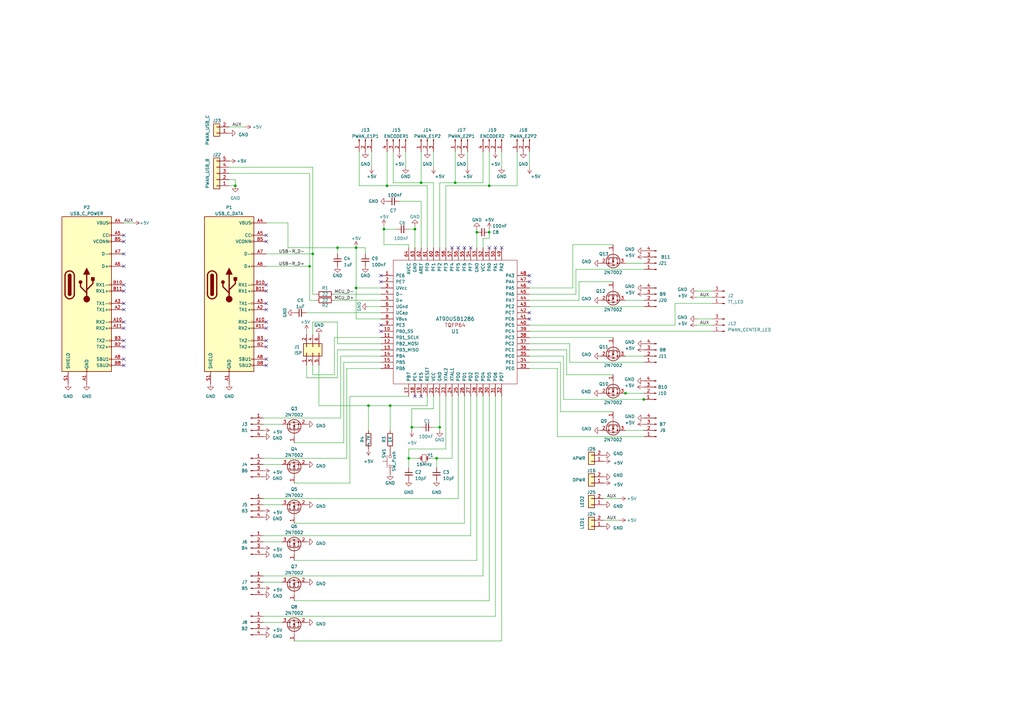
<source format=kicad_sch>
(kicad_sch (version 20230121) (generator eeschema)
  (paper "A3")
  (lib_symbols
    (symbol "2D-EGGS:AT90USB1286" (pin_names (offset 1.016))
      (property "Reference" "U1" (at 0 -3.81 0))
      (property "Value" "AT90USB1286" (at 0 1.27 0))
      (symbol "AT90USB1286_0_0"
        (text "TQFP64" (at 0 -1.27 0) (effects (font (size 1.524 1.524))))
      )
      (symbol "AT90USB1286_1_1"
        (pin bidirectional line (at -30.48 19.05 0) (length 5.08) (name "PE6") (number "1"))
        (pin bidirectional line (at -30.48 -3.81 0) (length 5.08) (name "PB0_SS") (number "10"))
        (pin bidirectional line (at -30.48 -6.35 0) (length 5.08) (name "PB1_SCLK") (number "11"))
        (pin bidirectional line (at -30.48 -8.89 0) (length 5.08) (name "PB2_MOSI") (number "12"))
        (pin bidirectional line (at -30.48 -11.43 0) (length 5.08) (name "PB3_MISO") (number "13"))
        (pin bidirectional line (at -30.48 -13.97 0) (length 5.08) (name "PB4") (number "14"))
        (pin bidirectional line (at -30.48 -16.51 0) (length 5.08) (name "PB5") (number "15"))
        (pin bidirectional line (at -30.48 -19.05 0) (length 5.08) (name "PB6") (number "16"))
        (pin bidirectional line (at -19.05 -30.48 90) (length 5.08) (name "PB7") (number "17"))
        (pin bidirectional line (at -16.51 -30.48 90) (length 5.08) (name "PE4") (number "18"))
        (pin bidirectional line (at -13.97 -30.48 90) (length 5.08) (name "PE5") (number "19"))
        (pin bidirectional line (at -30.48 16.51 0) (length 5.08) (name "PE7") (number "2"))
        (pin bidirectional line (at -11.43 -30.48 90) (length 5.08) (name "RESET") (number "20"))
        (pin bidirectional line (at -8.89 -30.48 90) (length 5.08) (name "VCC") (number "21"))
        (pin bidirectional line (at -6.35 -30.48 90) (length 5.08) (name "GND") (number "22"))
        (pin bidirectional line (at -3.81 -30.48 90) (length 5.08) (name "XTAL2") (number "23"))
        (pin bidirectional line (at -1.27 -30.48 90) (length 5.08) (name "XTAL1") (number "24"))
        (pin bidirectional line (at 1.27 -30.48 90) (length 5.08) (name "PD0") (number "25"))
        (pin bidirectional line (at 3.81 -30.48 90) (length 5.08) (name "PD1") (number "26"))
        (pin bidirectional line (at 6.35 -30.48 90) (length 5.08) (name "PD2") (number "27"))
        (pin bidirectional line (at 8.89 -30.48 90) (length 5.08) (name "PD3") (number "28"))
        (pin bidirectional line (at 11.43 -30.48 90) (length 5.08) (name "PD4") (number "29"))
        (pin bidirectional line (at -30.48 13.97 0) (length 5.08) (name "UVcc") (number "3"))
        (pin bidirectional line (at 13.97 -30.48 90) (length 5.08) (name "PD5") (number "30"))
        (pin bidirectional line (at 16.51 -30.48 90) (length 5.08) (name "PD6") (number "31"))
        (pin bidirectional line (at 19.05 -30.48 90) (length 5.08) (name "PD7") (number "32"))
        (pin bidirectional line (at 30.48 -19.05 180) (length 5.08) (name "PE0") (number "33"))
        (pin bidirectional line (at 30.48 -16.51 180) (length 5.08) (name "PE1") (number "34"))
        (pin bidirectional line (at 30.48 -13.97 180) (length 5.08) (name "PC0") (number "35"))
        (pin bidirectional line (at 30.48 -11.43 180) (length 5.08) (name "PC1") (number "36"))
        (pin bidirectional line (at 30.48 -8.89 180) (length 5.08) (name "PC2") (number "37"))
        (pin bidirectional line (at 30.48 -6.35 180) (length 5.08) (name "PC3") (number "38"))
        (pin bidirectional line (at 30.48 -3.81 180) (length 5.08) (name "PC4") (number "39"))
        (pin bidirectional line (at -30.48 11.43 0) (length 5.08) (name "D-") (number "4"))
        (pin bidirectional line (at 30.48 -1.27 180) (length 5.08) (name "PC5") (number "40"))
        (pin bidirectional line (at 30.48 1.27 180) (length 5.08) (name "PC6") (number "41"))
        (pin bidirectional line (at 30.48 3.81 180) (length 5.08) (name "PC7") (number "42"))
        (pin bidirectional line (at 30.48 6.35 180) (length 5.08) (name "PE2") (number "43"))
        (pin bidirectional line (at 30.48 8.89 180) (length 5.08) (name "PA7") (number "44"))
        (pin bidirectional line (at 30.48 11.43 180) (length 5.08) (name "PA6") (number "45"))
        (pin bidirectional line (at 30.48 13.97 180) (length 5.08) (name "PA5") (number "46"))
        (pin bidirectional line (at 30.48 16.51 180) (length 5.08) (name "PA4") (number "47"))
        (pin bidirectional line (at 30.48 19.05 180) (length 5.08) (name "PA3") (number "48"))
        (pin bidirectional line (at 19.05 30.48 270) (length 5.08) (name "PA2") (number "49"))
        (pin bidirectional line (at -30.48 8.89 0) (length 5.08) (name "D+") (number "5"))
        (pin bidirectional line (at 16.51 30.48 270) (length 5.08) (name "PA1") (number "50"))
        (pin bidirectional line (at 13.97 30.48 270) (length 5.08) (name "PA0") (number "51"))
        (pin bidirectional line (at 11.43 30.48 270) (length 5.08) (name "VCC") (number "52"))
        (pin bidirectional line (at 8.89 30.48 270) (length 5.08) (name "GND") (number "53"))
        (pin bidirectional line (at 6.35 30.48 270) (length 5.08) (name "PF7") (number "54"))
        (pin bidirectional line (at 3.81 30.48 270) (length 5.08) (name "PF6") (number "55"))
        (pin bidirectional line (at 1.27 30.48 270) (length 5.08) (name "PF5") (number "56"))
        (pin bidirectional line (at -1.27 30.48 270) (length 5.08) (name "PF4") (number "57"))
        (pin bidirectional line (at -3.81 30.48 270) (length 5.08) (name "PF3") (number "58"))
        (pin bidirectional line (at -6.35 30.48 270) (length 5.08) (name "PF2") (number "59"))
        (pin bidirectional line (at -30.48 6.35 0) (length 5.08) (name "UGnd") (number "6"))
        (pin bidirectional line (at -8.89 30.48 270) (length 5.08) (name "PF1") (number "60"))
        (pin bidirectional line (at -11.43 30.48 270) (length 5.08) (name "PF0") (number "61"))
        (pin bidirectional line (at -13.97 30.48 270) (length 5.08) (name "AREF") (number "62"))
        (pin bidirectional line (at -16.51 30.48 270) (length 5.08) (name "GND") (number "63"))
        (pin bidirectional line (at -19.05 30.48 270) (length 5.08) (name "AVCC") (number "64"))
        (pin bidirectional line (at -30.48 3.81 0) (length 5.08) (name "UCap") (number "7"))
        (pin bidirectional line (at -30.48 1.27 0) (length 5.08) (name "VBus") (number "8"))
        (pin bidirectional line (at -30.48 -1.27 0) (length 5.08) (name "PE3") (number "9"))
      )
    )
    (symbol "Connector:Conn_01x03_Pin" (pin_names (offset 1.016) hide)
      (property "Reference" "J" (at 0 5.08 0))
      (property "Value" "Conn_01x03_Pin" (at 0 -5.08 0))
      (symbol "Conn_01x03_Pin_1_1"
        (pin passive line (at 5.08 2.54 180) (length 3.81) (name "Pin_1") (number "1"))
        (pin passive line (at 5.08 0 180) (length 3.81) (name "Pin_2") (number "2"))
        (pin passive line (at 5.08 -2.54 180) (length 3.81) (name "Pin_3") (number "3"))
      )
    )
    (symbol "Connector:Conn_01x04_Pin" (pin_names (offset 1.016) hide)
      (property "Reference" "J" (at 0 5.08 0))
      (property "Value" "Conn_01x04_Pin" (at 0 -7.62 0))
      (symbol "Conn_01x04_Pin_1_1"
        (pin passive line (at 5.08 2.54 180) (length 3.81) (name "Pin_1") (number "1"))
        (pin passive line (at 5.08 0 180) (length 3.81) (name "Pin_2") (number "2"))
        (pin passive line (at 5.08 -2.54 180) (length 3.81) (name "Pin_3") (number "3"))
        (pin passive line (at 5.08 -5.08 180) (length 3.81) (name "Pin_4") (number "4"))
      )
    )
    (symbol "Connector:USB_C_Plug" (pin_names (offset 1.016))
      (property "Reference" "P" (at -10.16 29.21 0))
      (property "Value" "USB_C_Plug" (at 10.16 29.21 0))
      (symbol "USB_C_Plug_1_1"
        (pin passive line (at 0 -40.64 90) (length 5.08) (name "GND") (number "A1"))
        (pin bidirectional line (at 15.24 -15.24 180) (length 5.08) (name "RX2-") (number "A10"))
        (pin bidirectional line (at 15.24 -17.78 180) (length 5.08) (name "RX2+") (number "A11"))
        (pin passive line (at 0 -40.64 90) (length 5.08) hide (name "GND") (number "A12"))
        (pin bidirectional line (at 15.24 -10.16 180) (length 5.08) (name "TX1+") (number "A2"))
        (pin bidirectional line (at 15.24 -7.62 180) (length 5.08) (name "TX1-") (number "A3"))
        (pin passive line (at 15.24 25.4 180) (length 5.08) (name "VBUS") (number "A4"))
        (pin bidirectional line (at 15.24 20.32 180) (length 5.08) (name "CC") (number "A5"))
        (pin bidirectional line (at 15.24 7.62 180) (length 5.08) (name "D+") (number "A6"))
        (pin bidirectional line (at 15.24 12.7 180) (length 5.08) (name "D-") (number "A7"))
        (pin bidirectional line (at 15.24 -30.48 180) (length 5.08) (name "SBU1") (number "A8"))
        (pin passive line (at 15.24 25.4 180) (length 5.08) hide (name "VBUS") (number "A9"))
        (pin passive line (at 0 -40.64 90) (length 5.08) hide (name "GND") (number "B1"))
        (pin bidirectional line (at 15.24 0 180) (length 5.08) (name "RX1-") (number "B10"))
        (pin bidirectional line (at 15.24 -2.54 180) (length 5.08) (name "RX1+") (number "B11"))
        (pin passive line (at 0 -40.64 90) (length 5.08) hide (name "GND") (number "B12"))
        (pin bidirectional line (at 15.24 -25.4 180) (length 5.08) (name "TX2+") (number "B2"))
        (pin bidirectional line (at 15.24 -22.86 180) (length 5.08) (name "TX2-") (number "B3"))
        (pin passive line (at 15.24 25.4 180) (length 5.08) hide (name "VBUS") (number "B4"))
        (pin bidirectional line (at 15.24 17.78 180) (length 5.08) (name "VCONN") (number "B5"))
        (pin bidirectional line (at 15.24 -33.02 180) (length 5.08) (name "SBU2") (number "B8"))
        (pin passive line (at 15.24 25.4 180) (length 5.08) hide (name "VBUS") (number "B9"))
        (pin passive line (at -7.62 -40.64 90) (length 5.08) (name "SHIELD") (number "S1"))
      )
    )
    (symbol "Connector_Generic:Conn_01x02" (pin_names (offset 1.016) hide)
      (property "Reference" "J" (at 0 2.54 0))
      (property "Value" "Conn_01x02" (at 0 -5.08 0))
      (symbol "Conn_01x02_1_1"
        (pin passive line (at -5.08 0 0) (length 3.81) (name "Pin_1") (number "1"))
        (pin passive line (at -5.08 -2.54 0) (length 3.81) (name "Pin_2") (number "2"))
      )
    )
    (symbol "Connector_Generic:Conn_01x05" (pin_names (offset 1.016) hide)
      (property "Reference" "J" (at 0 7.62 0))
      (property "Value" "Conn_01x05" (at 0 -7.62 0))
      (symbol "Conn_01x05_1_1"
        (pin passive line (at -5.08 5.08 0) (length 3.81) (name "Pin_1") (number "1"))
        (pin passive line (at -5.08 2.54 0) (length 3.81) (name "Pin_2") (number "2"))
        (pin passive line (at -5.08 0 0) (length 3.81) (name "Pin_3") (number "3"))
        (pin passive line (at -5.08 -2.54 0) (length 3.81) (name "Pin_4") (number "4"))
        (pin passive line (at -5.08 -5.08 0) (length 3.81) (name "Pin_5") (number "5"))
      )
    )
    (symbol "Connector_Generic:Conn_02x03_Odd_Even" (pin_names (offset 1.016) hide)
      (property "Reference" "J" (at 1.27 5.08 0))
      (property "Value" "Conn_02x03_Odd_Even" (at 1.27 -5.08 0))
      (symbol "Conn_02x03_Odd_Even_1_1"
        (pin passive line (at -5.08 2.54 0) (length 3.81) (name "Pin_1") (number "1"))
        (pin passive line (at 7.62 2.54 180) (length 3.81) (name "Pin_2") (number "2"))
        (pin passive line (at -5.08 0 0) (length 3.81) (name "Pin_3") (number "3"))
        (pin passive line (at 7.62 0 180) (length 3.81) (name "Pin_4") (number "4"))
        (pin passive line (at -5.08 -2.54 0) (length 3.81) (name "Pin_5") (number "5"))
        (pin passive line (at 7.62 -2.54 180) (length 3.81) (name "Pin_6") (number "6"))
      )
    )
    (symbol "Device:C_Small" (pin_numbers hide) (pin_names (offset 0.254) hide)
      (property "Reference" "C" (at 0.254 1.778 0))
      (property "Value" "C_Small" (at 0.254 -2.032 0))
      (symbol "C_Small_1_1"
        (pin passive line (at 0 2.54 270) (length 2.032) (name "~") (number "1"))
        (pin passive line (at 0 -2.54 90) (length 2.032) (name "~") (number "2"))
      )
    )
    (symbol "Device:R" (pin_numbers hide) (pin_names (offset 0))
      (property "Reference" "R" (at 2.032 0 90))
      (property "Value" "R" (at 0 0 90))
      (symbol "R_1_1"
        (pin passive line (at 0 3.81 270) (length 1.27) (name "~") (number "1"))
        (pin passive line (at 0 -3.81 90) (length 1.27) (name "~") (number "2"))
      )
    )
    (symbol "Transistor_FET:2N7002" (pin_names hide)
      (property "Reference" "Q" (at 5.08 1.905 0))
      (property "Value" "2N7002" (at 5.08 0 0))
      (symbol "2N7002_1_1"
        (pin input line (at -5.08 0 0) (length 2.54) (name "G") (number "1"))
        (pin passive line (at 2.54 -5.08 90) (length 2.54) (name "S") (number "2"))
        (pin passive line (at 2.54 5.08 270) (length 2.54) (name "D") (number "3"))
      )
    )
    (symbol "jamma-streamer-rescue:Crystal_Small" (pin_numbers hide) (pin_names (offset 1.016) hide)
      (property "Reference" "Y" (at 0 2.54 0))
      (property "Value" "Crystal_Small" (at 0 -2.54 0))
      (symbol "Crystal_Small_1_1"
        (pin passive line (at -2.54 0 0) (length 1.27) (name "1") (number "1"))
        (pin passive line (at 2.54 0 180) (length 1.27) (name "2") (number "2"))
      )
    )
    (symbol "jamma-streamer-rescue:GND" (power) (pin_names (offset 0))
      (property "Value" "GND" (at 0 -3.81 0))
      (symbol "GND_1_1"
        (pin power_in line (at 0 0 270) (length 0) hide (name "GND") (number "1"))
      )
    )
    (symbol "jamma-streamer-rescue:R" (pin_numbers hide) (pin_names (offset 0))
      (property "Reference" "R" (at 2.032 0 90))
      (property "Value" "R" (at 0 0 90))
      (symbol "R_1_1"
        (pin passive line (at 0 3.81 270) (length 1.27) (name "~") (number "1"))
        (pin passive line (at 0 -3.81 90) (length 1.27) (name "~") (number "2"))
      )
    )
    (symbol "jamma-streamer-rescue:SW_Push" (pin_numbers hide) (pin_names (offset 1.016) hide)
      (property "Reference" "SW" (at 1.27 2.54 0))
      (property "Value" "SW_Push" (at 0 -1.524 0))
      (symbol "SW_Push_0_1"
        (pin passive line (at -5.08 0 0) (length 2.54) (name "1") (number "1"))
        (pin passive line (at 5.08 0 180) (length 2.54) (name "2") (number "2"))
      )
    )
    (symbol "power:+5V" (power) (pin_names (offset 0))
      (property "Value" "+5V" (at 0 3.556 0))
      (symbol "+5V_1_1"
        (pin power_in line (at 0 0 90) (length 0) hide (name "+5V") (number "1"))
      )
    )
    (symbol "power:GND" (power) (pin_names (offset 0))
      (property "Value" "GND" (at 0 -3.81 0))
      (symbol "GND_1_1"
        (pin power_in line (at 0 0 270) (length 0) hide (name "GND") (number "1"))
      )
    )
  )
  (junction (at 200.66 95.25))
  (junction (at 128.27 104.14))
  (junction (at 138.43 101.6))
  (junction (at 151.13 166.37))
  (junction (at 160.02 166.37))
  (junction (at 158.75 76.2))
  (junction (at 146.05 101.6))
  (junction (at 180.34 175.26))
  (junction (at 256.54 161.29))
  (junction (at 179.07 187.96))
  (junction (at 264.024 163.83))
  (junction (at 167.64 187.96))
  (junction (at 170.18 93.98))
  (junction (at 186.69 74.93))
  (junction (at 157.48 93.98))
  (junction (at 195.58 95.25))
  (junction (at 172.72 74.93))
  (junction (at 96.52 76.2))
  (junction (at 146.05 118.11))
  (junction (at 168.91 175.26))
  (junction (at 200.66 76.2))
  (junction (at 127 109.22))
  (no_connect (at 190.5 101.6))
  (no_connect (at 50.8 124.46))
  (no_connect (at 109.22 149.86))
  (no_connect (at 217.17 130.81))
  (no_connect (at 172.72 162.56))
  (no_connect (at 109.22 142.24))
  (no_connect (at 50.8 147.32))
  (no_connect (at 170.18 162.56))
  (no_connect (at 109.22 116.84))
  (no_connect (at 109.22 132.08))
  (no_connect (at 109.22 134.62))
  (no_connect (at 109.22 139.7))
  (no_connect (at 193.04 101.6))
  (no_connect (at 217.17 128.27))
  (no_connect (at 156.21 113.03))
  (no_connect (at 217.17 115.57))
  (no_connect (at 50.8 119.38))
  (no_connect (at 187.96 101.6))
  (no_connect (at 50.8 96.52))
  (no_connect (at 50.8 127))
  (no_connect (at 50.8 116.84))
  (no_connect (at 50.8 132.08))
  (no_connect (at 109.22 127))
  (no_connect (at 109.22 119.38))
  (no_connect (at 109.22 147.32))
  (no_connect (at 156.21 133.35))
  (no_connect (at 205.74 101.6))
  (no_connect (at 109.22 96.52))
  (no_connect (at 50.8 104.14))
  (no_connect (at 109.22 99.06))
  (no_connect (at 109.22 124.46))
  (no_connect (at 217.17 113.03))
  (no_connect (at 50.8 142.24))
  (no_connect (at 50.8 109.22))
  (no_connect (at 156.21 135.89))
  (no_connect (at 185.42 101.6))
  (no_connect (at 50.8 139.7))
  (no_connect (at 200.66 101.6))
  (no_connect (at 50.8 134.62))
  (no_connect (at 50.8 99.06))
  (no_connect (at 50.8 149.86))
  (no_connect (at 203.2 101.6))
  (no_connect (at 156.21 115.57))
  (wire (pts (xy 200.66 95.25) (xy 200.66 97.79)))
  (wire (pts (xy 217.17 151.13) (xy 228.6 151.13)))
  (wire (pts (xy 118.11 101.6) (xy 138.43 101.6)))
  (wire (pts (xy 217.17 62.23) (xy 217.17 68.58)))
  (wire (pts (xy 168.91 175.26) (xy 172.72 175.26)))
  (wire (pts (xy 143.51 162.56) (xy 167.64 162.56)))
  (wire (pts (xy 247.65 204.47) (xy 254 204.47)))
  (wire (pts (xy 125.73 137.16) (xy 125.73 135.89)))
  (wire (pts (xy 170.18 92.71) (xy 170.18 93.98)))
  (wire (pts (xy 138.43 101.6) (xy 138.43 104.14)))
  (wire (pts (xy 138.43 140.97) (xy 138.43 132.08)))
  (wire (pts (xy 193.04 219.71) (xy 193.04 162.56)))
  (wire (pts (xy 160.02 166.37) (xy 160.02 176.53)))
  (wire (pts (xy 120.65 214.63) (xy 190.5 214.63)))
  (wire (pts (xy 172.72 82.55) (xy 172.72 101.6)))
  (wire (pts (xy 187.96 204.47) (xy 187.96 162.56)))
  (wire (pts (xy 147.32 62.23) (xy 147.32 76.2)))
  (wire (pts (xy 93.98 52.07) (xy 100.33 52.07)))
  (wire (pts (xy 107.95 252.73) (xy 203.2 252.73)))
  (wire (pts (xy 160.02 166.37) (xy 151.13 166.37)))
  (wire (pts (xy 251.46 100.33) (xy 234.95 100.33)))
  (wire (pts (xy 151.13 166.37) (xy 130.81 166.37)))
  (wire (pts (xy 172.72 62.23) (xy 172.72 74.93)))
  (wire (pts (xy 195.58 95.25) (xy 195.58 101.6)))
  (wire (pts (xy 158.75 76.2) (xy 175.26 76.2)))
  (wire (pts (xy 128.27 153.67) (xy 128.27 149.86)))
  (wire (pts (xy 217.17 140.97) (xy 233.68 140.97)))
  (wire (pts (xy 109.22 109.22) (xy 127 109.22)))
  (wire (pts (xy 167.64 184.15) (xy 167.64 187.96)))
  (wire (pts (xy 118.11 101.6) (xy 118.11 91.44)))
  (wire (pts (xy 96.52 73.66) (xy 96.52 76.2)))
  (wire (pts (xy 236.22 110.49) (xy 236.22 120.65)))
  (wire (pts (xy 180.34 74.93) (xy 180.34 101.6)))
  (wire (pts (xy 172.72 82.55) (xy 163.83 82.55)))
  (wire (pts (xy 212.09 76.2) (xy 212.09 62.23)))
  (wire (pts (xy 264.16 123.19) (xy 256.54 123.19)))
  (wire (pts (xy 264.16 110.49) (xy 236.22 110.49)))
  (wire (pts (xy 107.95 171.45) (xy 139.7 171.45)))
  (wire (pts (xy 180.34 175.26) (xy 180.34 176.53)))
  (wire (pts (xy 54.61 91.44) (xy 50.8 91.44)))
  (wire (pts (xy 161.29 74.93) (xy 161.29 62.23)))
  (wire (pts (xy 93.98 76.2) (xy 96.52 76.2)))
  (wire (pts (xy 120.65 246.38) (xy 200.66 246.38)))
  (wire (pts (xy 247.65 213.36) (xy 254 213.36)))
  (wire (pts (xy 217.17 118.11) (xy 234.95 118.11)))
  (wire (pts (xy 142.24 187.96) (xy 142.24 151.13)))
  (wire (pts (xy 232.41 153.67) (xy 251.46 153.67)))
  (wire (pts (xy 186.69 74.93) (xy 198.12 74.93)))
  (wire (pts (xy 175.26 76.2) (xy 175.26 101.6)))
  (wire (pts (xy 128.27 104.14) (xy 128.27 68.58)))
  (wire (pts (xy 125.73 154.94) (xy 125.73 149.86)))
  (wire (pts (xy 120.65 262.89) (xy 205.74 262.89)))
  (wire (pts (xy 146.05 101.6) (xy 146.05 118.11)))
  (wire (pts (xy 264.024 161.29) (xy 256.54 161.29)))
  (wire (pts (xy 231.14 163.83) (xy 264.024 163.83)))
  (wire (pts (xy 151.13 125.73) (xy 156.21 125.73)))
  (wire (pts (xy 205.74 262.89) (xy 205.74 162.56)))
  (wire (pts (xy 167.64 100.33) (xy 167.64 101.6)))
  (wire (pts (xy 217.17 143.51) (xy 232.41 143.51)))
  (wire (pts (xy 180.34 162.56) (xy 180.34 175.26)))
  (wire (pts (xy 138.43 143.51) (xy 138.43 154.94)))
  (wire (pts (xy 156.21 143.51) (xy 138.43 143.51)))
  (wire (pts (xy 198.12 236.22) (xy 198.12 162.56)))
  (wire (pts (xy 137.16 120.65) (xy 156.21 120.65)))
  (wire (pts (xy 175.26 166.37) (xy 175.26 162.56)))
  (wire (pts (xy 256.54 161.29) (xy 256.404 161.29)))
  (wire (pts (xy 217.17 146.05) (xy 231.14 146.05)))
  (wire (pts (xy 180.34 175.26) (xy 177.8 175.26)))
  (wire (pts (xy 217.17 125.73) (xy 264.16 125.73)))
  (wire (pts (xy 107.95 238.76) (xy 115.57 238.76)))
  (wire (pts (xy 146.05 118.11) (xy 156.21 118.11)))
  (wire (pts (xy 128.27 68.58) (xy 93.98 68.58)))
  (wire (pts (xy 151.13 166.37) (xy 151.13 176.53)))
  (wire (pts (xy 180.34 74.93) (xy 186.69 74.93)))
  (wire (pts (xy 200.66 93.98) (xy 200.66 95.25)))
  (wire (pts (xy 264.16 176.53) (xy 256.54 176.53)))
  (wire (pts (xy 139.7 146.05) (xy 156.21 146.05)))
  (wire (pts (xy 285.75 119.38) (xy 292.1 119.38)))
  (wire (pts (xy 156.21 140.97) (xy 138.43 140.97)))
  (wire (pts (xy 285.75 133.35) (xy 292.1 133.35)))
  (wire (pts (xy 186.69 74.93) (xy 186.69 62.23)))
  (wire (pts (xy 140.97 148.59) (xy 156.21 148.59)))
  (wire (pts (xy 264.16 148.59) (xy 233.68 148.59)))
  (wire (pts (xy 167.64 187.96) (xy 167.64 191.77)))
  (wire (pts (xy 168.91 176.53) (xy 168.91 175.26)))
  (wire (pts (xy 264.16 107.95) (xy 256.54 107.95)))
  (wire (pts (xy 167.64 93.98) (xy 170.18 93.98)))
  (wire (pts (xy 168.91 167.64) (xy 168.91 175.26)))
  (wire (pts (xy 177.8 162.56) (xy 177.8 167.64)))
  (wire (pts (xy 109.22 104.14) (xy 128.27 104.14)))
  (wire (pts (xy 264.16 179.07) (xy 228.6 179.07)))
  (wire (pts (xy 276.86 124.46) (xy 276.86 133.35)))
  (wire (pts (xy 251.46 168.91) (xy 229.87 168.91)))
  (wire (pts (xy 157.48 93.98) (xy 157.48 100.33)))
  (wire (pts (xy 143.51 198.12) (xy 143.51 162.56)))
  (wire (pts (xy 237.49 115.57) (xy 237.49 123.19)))
  (wire (pts (xy 138.43 154.94) (xy 125.73 154.94)))
  (wire (pts (xy 137.16 138.43) (xy 137.16 153.67)))
  (wire (pts (xy 128.27 132.08) (xy 128.27 137.16)))
  (wire (pts (xy 147.32 76.2) (xy 158.75 76.2)))
  (wire (pts (xy 167.64 187.96) (xy 171.45 187.96)))
  (wire (pts (xy 217.17 135.89) (xy 292.1 135.89)))
  (wire (pts (xy 177.8 74.93) (xy 177.8 101.6)))
  (wire (pts (xy 152.4 62.23) (xy 152.4 68.58)))
  (wire (pts (xy 233.68 148.59) (xy 233.68 140.97)))
  (wire (pts (xy 107.95 187.96) (xy 142.24 187.96)))
  (wire (pts (xy 138.43 132.08) (xy 128.27 132.08)))
  (wire (pts (xy 182.88 162.56) (xy 182.88 184.15)))
  (wire (pts (xy 198.12 74.93) (xy 198.12 62.23)))
  (wire (pts (xy 217.17 138.43) (xy 251.46 138.43)))
  (wire (pts (xy 285.75 121.92) (xy 292.1 121.92)))
  (wire (pts (xy 285.75 130.81) (xy 292.1 130.81)))
  (wire (pts (xy 127 71.12) (xy 93.98 71.12)))
  (wire (pts (xy 107.95 222.25) (xy 115.57 222.25)))
  (wire (pts (xy 182.88 76.2) (xy 182.88 101.6)))
  (wire (pts (xy 107.95 255.27) (xy 115.57 255.27)))
  (wire (pts (xy 200.66 246.38) (xy 200.66 162.56)))
  (wire (pts (xy 190.5 214.63) (xy 190.5 162.56)))
  (wire (pts (xy 217.17 123.19) (xy 237.49 123.19)))
  (wire (pts (xy 129.54 123.19) (xy 127 123.19)))
  (wire (pts (xy 217.17 120.65) (xy 236.22 120.65)))
  (wire (pts (xy 179.07 187.96) (xy 176.53 187.96)))
  (wire (pts (xy 264.024 163.83) (xy 264.16 163.83)))
  (wire (pts (xy 125.73 128.27) (xy 156.21 128.27)))
  (wire (pts (xy 198.12 97.79) (xy 198.12 101.6)))
  (wire (pts (xy 157.48 93.98) (xy 162.56 93.98)))
  (wire (pts (xy 200.66 76.2) (xy 212.09 76.2)))
  (wire (pts (xy 127 109.22) (xy 127 71.12)))
  (wire (pts (xy 142.24 151.13) (xy 156.21 151.13)))
  (wire (pts (xy 205.74 68.58) (xy 205.74 62.23)))
  (wire (pts (xy 232.41 153.67) (xy 232.41 143.51)))
  (wire (pts (xy 228.6 179.07) (xy 228.6 151.13)))
  (wire (pts (xy 157.48 100.33) (xy 167.64 100.33)))
  (wire (pts (xy 120.65 198.12) (xy 143.51 198.12)))
  (wire (pts (xy 179.07 187.96) (xy 179.07 191.77)))
  (wire (pts (xy 195.58 93.98) (xy 195.58 95.25)))
  (wire (pts (xy 182.88 76.2) (xy 200.66 76.2)))
  (wire (pts (xy 166.37 68.58) (xy 166.37 62.23)))
  (wire (pts (xy 149.86 101.6) (xy 146.05 101.6)))
  (wire (pts (xy 146.05 130.81) (xy 156.21 130.81)))
  (wire (pts (xy 158.75 62.23) (xy 158.75 76.2)))
  (wire (pts (xy 93.98 73.66) (xy 96.52 73.66)))
  (wire (pts (xy 203.2 252.73) (xy 203.2 162.56)))
  (wire (pts (xy 137.16 123.19) (xy 156.21 123.19)))
  (wire (pts (xy 120.65 181.61) (xy 140.97 181.61)))
  (wire (pts (xy 191.77 62.23) (xy 191.77 68.58)))
  (wire (pts (xy 182.88 184.15) (xy 167.64 184.15)))
  (wire (pts (xy 127 123.19) (xy 127 109.22)))
  (wire (pts (xy 139.7 171.45) (xy 139.7 146.05)))
  (wire (pts (xy 185.42 187.96) (xy 179.07 187.96)))
  (wire (pts (xy 229.87 168.91) (xy 229.87 148.59)))
  (wire (pts (xy 107.95 173.99) (xy 115.57 173.99)))
  (wire (pts (xy 156.21 138.43) (xy 137.16 138.43)))
  (wire (pts (xy 185.42 162.56) (xy 185.42 187.96)))
  (wire (pts (xy 118.11 91.44) (xy 109.22 91.44)))
  (wire (pts (xy 170.18 93.98) (xy 170.18 101.6)))
  (wire (pts (xy 120.65 229.87) (xy 195.58 229.87)))
  (wire (pts (xy 137.16 153.67) (xy 128.27 153.67)))
  (wire (pts (xy 276.86 133.35) (xy 217.17 133.35)))
  (wire (pts (xy 161.29 74.93) (xy 172.72 74.93)))
  (wire (pts (xy 107.95 190.5) (xy 115.57 190.5)))
  (wire (pts (xy 107.95 219.71) (xy 193.04 219.71)))
  (wire (pts (xy 195.58 229.87) (xy 195.58 162.56)))
  (wire (pts (xy 292.1 124.46) (xy 276.86 124.46)))
  (wire (pts (xy 146.05 118.11) (xy 146.05 130.81)))
  (wire (pts (xy 157.48 92.71) (xy 157.48 93.98)))
  (wire (pts (xy 198.12 97.79) (xy 200.66 97.79)))
  (wire (pts (xy 130.81 166.37) (xy 130.81 149.86)))
  (wire (pts (xy 200.66 76.2) (xy 200.66 62.23)))
  (wire (pts (xy 160.02 166.37) (xy 175.26 166.37)))
  (wire (pts (xy 138.43 101.6) (xy 146.05 101.6)))
  (wire (pts (xy 234.95 100.33) (xy 234.95 118.11)))
  (wire (pts (xy 172.72 74.93) (xy 177.8 74.93)))
  (wire (pts (xy 177.8 62.23) (xy 177.8 68.58)))
  (wire (pts (xy 217.17 148.59) (xy 229.87 148.59)))
  (wire (pts (xy 231.14 163.83) (xy 231.14 146.05)))
  (wire (pts (xy 251.46 115.57) (xy 237.49 115.57)))
  (wire (pts (xy 129.54 120.65) (xy 128.27 120.65)))
  (wire (pts (xy 107.95 204.47) (xy 187.96 204.47)))
  (wire (pts (xy 168.91 167.64) (xy 177.8 167.64)))
  (wire (pts (xy 149.86 104.14) (xy 149.86 101.6)))
  (wire (pts (xy 107.95 207.01) (xy 115.57 207.01)))
  (wire (pts (xy 140.97 181.61) (xy 140.97 148.59)))
  (wire (pts (xy 128.27 120.65) (xy 128.27 104.14)))
  (wire (pts (xy 264.16 146.05) (xy 256.54 146.05)))
  (wire (pts (xy 107.95 236.22) (xy 198.12 236.22)))
  (label "MCU_D-" (at 137.16 120.65 0))
  (label "USB-R_D-" (at 114.3 104.14 0))
  (label "MCU_D+" (at 137.16 123.19 0))
  (label "AUX" (at 95.25 52.07 0))
  (label "AUX" (at 50.8 91.44 0))
  (label "AUX" (at 248.92 213.36 0))
  (label "AUX" (at 287.02 133.35 0))
  (label "AUX" (at 287.02 121.92 0))
  (label "USB-R_D+" (at 114.3 109.22 0))
  (label "AUX" (at 248.92 204.47 0))
  (symbol (lib_id "Connector:Conn_01x04_Pin") (at 102.87 238.76 0) (unit 1)
    (property "Reference" "J7" (at 100.33 238.76 0))
    (property "Value" "B5" (at 100.33 241.3 0))
    (property "Footprint" "Connector_JST:JST_XH_B4B-XH-A_1x04_P2.50mm_Vertical" (effects hide))
  )
  (symbol (lib_id "Device:C_Small") (at 138.43 106.68 0) (unit 1)
    (property "Reference" "C4" (at 140.97 106.0513 0) (effects (justify left)))
    (property "Value" "1uF" (at 140.97 108.5913 0) (effects (justify left)))
    (property "Footprint" "Capacitor_SMD:C_0805_2012Metric" (effects hide))
  )
  (symbol (lib_id "Connector:Conn_01x04_Pin") (at 102.87 222.25 0) (unit 1)
    (property "Reference" "J6" (at 100.33 222.25 0))
    (property "Value" "B4" (at 100.33 224.79 0))
    (property "Footprint" "Connector_JST:JST_XH_B4B-XH-A_1x04_P2.50mm_Vertical" (effects hide))
  )
  (symbol (lib_id "Device:C_Small") (at 123.19 128.27 90) (unit 1)
    (property "Reference" "C5" (at 123.1963 123.19 90))
    (property "Value" "1uF" (at 123.1963 125.73 90))
    (property "Footprint" "Capacitor_SMD:C_0805_2012Metric" (effects hide))
  )
  (symbol (lib_id "power:+5V") (at 264.16 143.51 90) (unit 1)
    (property "Reference" "#PWR031" (effects hide))
    (property "Value" "+5V" (at 260.35 142.875 90) (effects (justify left)))
  )
  (symbol (lib_id "power:+5V") (at 157.48 92.71 0) (unit 1)
    (property "Reference" "#PWR046" (effects hide))
    (property "Value" "+5V" (at 157.48 88.9 0))
  )
  (symbol (lib_id "power:GND") (at 264.16 171.45 270) (unit 1)
    (property "Reference" "#PWR026" (effects hide))
    (property "Value" "GND" (at 260.35 170.815 90) (effects (justify right)))
  )
  (symbol (lib_id "Connector:Conn_01x04_Pin") (at 269.24 123.19 180) (unit 1)
    (property "Reference" "J20" (at 271.78 123.19 0))
    (property "Value" "B9" (at 271.78 120.65 0))
    (property "Footprint" "Connector_JST:JST_XH_B4B-XH-A_1x04_P2.50mm_Vertical" (effects hide))
  )
  (symbol (lib_id "Connector:Conn_01x04_Pin") (at 102.87 173.99 0) (unit 1)
    (property "Reference" "J3" (at 100.33 173.99 0))
    (property "Value" "B1" (at 100.33 176.53 0))
    (property "Footprint" "Connector_JST:JST_XH_B4B-XH-A_1x04_P2.50mm_Vertical" (effects hide))
  )
  (symbol (lib_id "Connector:Conn_01x03_Pin") (at 149.86 57.15 90) (mirror x) (unit 1)
    (property "Reference" "J13" (at 149.86 53.34 90))
    (property "Value" "PWAN_E1P1" (at 149.86 55.88 90))
    (property "Footprint" "Connector_JST:JST_XH_B3B-XH-A_1x03_P2.50mm_Vertical" (effects hide))
  )
  (symbol (lib_id "Connector:Conn_01x04_Pin") (at 102.87 190.5 0) (unit 1)
    (property "Reference" "J4" (at 100.33 190.5 0))
    (property "Value" "B6" (at 100.33 193.04 0))
    (property "Footprint" "Connector_JST:JST_XH_B4B-XH-A_1x04_P2.50mm_Vertical" (effects hide))
  )
  (symbol (lib_id "power:GND") (at 125.73 173.99 90) (unit 1)
    (property "Reference" "#PWR09" (effects hide))
    (property "Value" "GND" (at 129.54 174.625 90) (effects (justify right)))
  )
  (symbol (lib_id "power:+5V") (at 146.05 101.6 0) (unit 1)
    (property "Reference" "#PWR043" (effects hide))
    (property "Value" "+5V" (at 146.05 97.79 0))
  )
  (symbol (lib_id "power:GND") (at 175.26 62.23 0) (unit 1)
    (property "Reference" "#PWR051" (effects hide))
    (property "Value" "GND" (at 175.26 67.31 0))
  )
  (symbol (lib_id "Transistor_FET:2N7002") (at 120.65 257.81 90) (unit 1)
    (property "Reference" "Q8" (at 120.65 248.92 90))
    (property "Value" "2N7002" (at 120.65 251.46 90))
    (property "Footprint" "Package_TO_SOT_SMD:SOT-23" (effects hide))
    (property "Datasheet" "https://www.onsemi.com/pub/Collateral/NDS7002A-D.PDF" (effects hide))
  )
  (symbol (lib_id "power:GND") (at 247.65 215.9 90) (unit 1)
    (property "Reference" "#PWR079" (effects hide))
    (property "Value" "GND" (at 251.46 216.535 90) (effects (justify right)))
  )
  (symbol (lib_id "power:GND") (at 246.38 176.53 270) (unit 1)
    (property "Reference" "#PWR027" (effects hide))
    (property "Value" "GND" (at 242.57 175.895 90) (effects (justify right)))
  )
  (symbol (lib_id "power:+5V") (at 163.83 62.23 180) (unit 1)
    (property "Reference" "#PWR054" (effects hide))
    (property "Value" "+5V" (at 163.83 67.31 0))
  )
  (symbol (lib_id "jamma-streamer-rescue:Crystal_Small") (at 173.99 187.96 0) (unit 1)
    (property "Reference" "Y1" (at 176.53 186.69 0))
    (property "Value" "16MHz" (at 173.99 190.5 0))
    (property "Footprint" "Crystal:Crystal_HC49-4H_Vertical" (effects hide))
  )
  (symbol (lib_id "power:GND") (at 130.81 137.16 180) (unit 1)
    (property "Reference" "#PWR071" (effects hide))
    (property "Value" "GND" (at 130.81 133.35 0))
  )
  (symbol (lib_id "power:+5V") (at 264.16 173.99 90) (unit 1)
    (property "Reference" "#PWR025" (effects hide))
    (property "Value" "+5V" (at 260.35 173.355 90) (effects (justify left)))
  )
  (symbol (lib_id "power:GND") (at 107.95 260.35 90) (unit 1)
    (property "Reference" "#PWR023" (effects hide))
    (property "Value" "GND" (at 111.76 260.985 90) (effects (justify right)))
  )
  (symbol (lib_id "power:+5V") (at 177.8 68.58 180) (unit 1)
    (property "Reference" "#PWR052" (effects hide))
    (property "Value" "+5V" (at 180.34 72.39 0))
  )
  (symbol (lib_id "Transistor_FET:2N7002") (at 120.65 209.55 90) (unit 1)
    (property "Reference" "Q5" (at 120.65 200.66 90))
    (property "Value" "2N7002" (at 120.65 203.2 90))
    (property "Footprint" "Package_TO_SOT_SMD:SOT-23" (effects hide))
    (property "Datasheet" "https://www.onsemi.com/pub/Collateral/NDS7002A-D.PDF" (effects hide))
  )
  (symbol (lib_id "jamma-streamer-rescue:GND") (at 149.86 109.22 0) (unit 1)
    (property "Reference" "#PWR049" (effects hide))
    (property "Value" "GND" (at 149.86 113.03 0))
  )
  (symbol (lib_id "Connector:Conn_01x04_Pin") (at 163.83 57.15 270) (unit 1)
    (property "Reference" "J15" (at 162.56 53.34 90))
    (property "Value" "ENCODER1" (at 162.56 55.88 90))
    (property "Footprint" "Connector_JST:JST_XH_B4B-XH-A_1x04_P2.50mm_Vertical" (effects hide))
  )
  (symbol (lib_id "power:GND") (at 247.65 195.58 90) (unit 1)
    (property "Reference" "#PWR072" (effects hide))
    (property "Value" "GND" (at 251.46 194.945 90) (effects (justify right)))
  )
  (symbol (lib_id "Transistor_FET:2N7002") (at 251.46 158.75 270) (unit 1)
    (property "Reference" "Q10" (at 247.65 157.48 90))
    (property "Value" "2N7002" (at 251.46 165.1 90))
    (property "Footprint" "Package_TO_SOT_SMD:SOT-23" (effects hide))
    (property "Datasheet" "https://www.onsemi.com/pub/Collateral/NDS7002A-D.PDF" (effects hide))
  )
  (symbol (lib_id "jamma-streamer-rescue:GND") (at 120.65 128.27 270) (unit 1)
    (property "Reference" "#PWR044" (effects hide))
    (property "Value" "GND" (at 116.84 128.27 0))
  )
  (symbol (lib_id "Transistor_FET:2N7002") (at 251.46 120.65 270) (unit 1)
    (property "Reference" "Q12" (at 246.38 119.38 90))
    (property "Value" "2N7002" (at 251.46 127 90))
    (property "Footprint" "Package_TO_SOT_SMD:SOT-23" (effects hide))
    (property "Datasheet" "https://www.onsemi.com/pub/Collateral/NDS7002A-D.PDF" (effects hide))
  )
  (symbol (lib_id "power:GND") (at 205.74 68.58 0) (unit 1)
    (property "Reference" "#PWR061" (effects hide))
    (property "Value" "GND" (at 205.74 72.39 0))
  )
  (symbol (lib_id "power:+5V") (at 285.75 121.92 90) (unit 1)
    (property "Reference" "#PWR06" (effects hide))
    (property "Value" "+5V" (at 281.94 121.285 90) (effects (justify left)))
  )
  (symbol (lib_id "power:GND") (at 125.73 222.25 90) (unit 1)
    (property "Reference" "#PWR018" (effects hide))
    (property "Value" "GND" (at 129.54 222.885 90) (effects (justify right)))
  )
  (symbol (lib_id "Connector:Conn_01x04_Pin") (at 269.24 176.53 180) (unit 1)
    (property "Reference" "J9" (at 271.78 176.53 0))
    (property "Value" "B7" (at 271.78 173.99 0))
    (property "Footprint" "Connector_JST:JST_XH_B4B-XH-A_1x04_P2.50mm_Vertical" (effects hide))
  )
  (symbol (lib_id "Connector:Conn_01x03_Pin") (at 297.18 133.35 180) (unit 1)
    (property "Reference" "J12" (at 298.45 132.715 0) (effects (justify right)))
    (property "Value" "PWAN_CENTER_LED" (at 298.45 135.255 0) (effects (justify right)))
    (property "Footprint" "Connector_JST:JST_XH_B3B-XH-A_1x03_P2.50mm_Vertical" (effects hide))
  )
  (symbol (lib_id "power:+5V") (at 191.77 68.58 180) (unit 1)
    (property "Reference" "#PWR057" (effects hide))
    (property "Value" "+5V" (at 191.77 72.39 0))
  )
  (symbol (lib_id "power:+5V") (at 107.95 241.3 270) (unit 1)
    (property "Reference" "#PWR019" (effects hide))
    (property "Value" "+5V" (at 111.76 241.935 90) (effects (justify left)))
  )
  (symbol (lib_id "power:GND") (at 246.38 146.05 270) (unit 1)
    (property "Reference" "#PWR033" (effects hide))
    (property "Value" "GND" (at 242.57 145.415 90) (effects (justify right)))
  )
  (symbol (lib_id "Connector_Generic:Conn_01x02") (at 88.9 54.61 180) (unit 1)
    (property "Reference" "J23" (at 88.9 49.53 0))
    (property "Value" "PWAN_USB_C" (at 85.09 53.34 90))
    (property "Footprint" "Connector_JST:JST_PH_B2B-PH-K_1x02_P2.00mm_Vertical" (effects hide))
  )
  (symbol (lib_id "Connector_Generic:Conn_01x05") (at 88.9 71.12 180) (unit 1)
    (property "Reference" "J22" (at 88.9 63.5 0))
    (property "Value" "PWAN_USB_B" (at 85.09 71.12 90))
    (property "Footprint" "Connector_JST:JST_XH_B5B-XH-A_1x05_P2.50mm_Vertical" (effects hide))
  )
  (symbol (lib_id "Transistor_FET:2N7002") (at 251.46 105.41 270) (unit 1)
    (property "Reference" "Q13" (at 247.65 104.14 90))
    (property "Value" "2N7002" (at 251.46 111.76 90))
    (property "Footprint" "Package_TO_SOT_SMD:SOT-23" (effects hide))
    (property "Datasheet" "https://www.onsemi.com/pub/Collateral/NDS7002A-D.PDF" (effects hide))
  )
  (symbol (lib_id "2D-EGGS:AT90USB1286") (at 186.69 132.08 0) (unit 1)
    (property "Reference" "U1" (at 186.69 135.89 0) (effects (font (size 1.524 1.524))))
    (property "Value" "AT90USB1286" (at 186.69 130.81 0) (effects (font (size 1.524 1.524))))
    (property "Footprint" "Package_QFP:TQFP-64_14x14mm_P0.8mm" (effects hide))
  )
  (symbol (lib_id "power:GND") (at 93.98 157.48 0) (unit 1)
    (property "Reference" "#PWR01" (effects hide))
    (property "Value" "GND" (at 93.98 162.56 0))
  )
  (symbol (lib_id "jamma-streamer-rescue:R") (at 133.35 120.65 270) (unit 1)
    (property "Reference" "R1" (at 133.35 118.11 90))
    (property "Value" "22" (at 133.35 120.65 90))
    (property "Footprint" "Resistor_SMD:R_0805_2012Metric" (effects hide))
  )
  (symbol (lib_id "Device:C_Small") (at 167.64 194.31 0) (unit 1)
    (property "Reference" "C2" (at 170.18 193.6813 0) (effects (justify left)))
    (property "Value" "10pF" (at 170.18 196.2213 0) (effects (justify left)))
    (property "Footprint" "Capacitor_SMD:C_0805_2012Metric" (effects hide))
  )
  (symbol (lib_id "Connector:Conn_01x03_Pin") (at 189.23 57.15 90) (mirror x) (unit 1)
    (property "Reference" "J17" (at 189.23 53.34 90))
    (property "Value" "PWAN_E2P1" (at 189.23 55.88 90))
    (property "Footprint" "Connector_JST:JST_XH_B3B-XH-A_1x03_P2.50mm_Vertical" (effects hide))
  )
  (symbol (lib_id "Connector:Conn_01x04_Pin") (at 269.24 107.95 180) (unit 1)
    (property "Reference" "J21" (at 271.78 107.95 0))
    (property "Value" "B11" (at 273.05 105.41 0))
    (property "Footprint" "Connector_JST:JST_XH_B4B-XH-A_1x04_P2.50mm_Vertical" (effects hide))
  )
  (symbol (lib_id "power:GND") (at 195.58 93.98 180) (unit 1)
    (property "Reference" "#PWR036" (effects hide))
    (property "Value" "GND" (at 195.58 90.17 0))
  )
  (symbol (lib_id "power:GND") (at 170.18 92.71 180) (unit 1)
    (property "Reference" "#PWR035" (effects hide))
    (property "Value" "GND" (at 170.18 88.9 0))
  )
  (symbol (lib_id "power:GND") (at 247.65 207.01 90) (unit 1)
    (property "Reference" "#PWR081" (effects hide))
    (property "Value" "GND" (at 251.46 207.645 90) (effects (justify right)))
  )
  (symbol (lib_id "power:+5V") (at 100.33 52.07 270) (unit 1)
    (property "Reference" "#PWR078" (effects hide))
    (property "Value" "+5V" (at 105.41 52.07 90))
  )
  (symbol (lib_id "power:GND") (at 93.98 54.61 90) (unit 1)
    (property "Reference" "#PWR077" (effects hide))
    (property "Value" "GND" (at 97.79 55.245 90) (effects (justify right)))
  )
  (symbol (lib_id "Device:C_Small") (at 179.07 194.31 0) (unit 1)
    (property "Reference" "C3" (at 181.61 193.6813 0) (effects (justify left)))
    (property "Value" "10pF" (at 181.61 196.2213 0) (effects (justify left)))
    (property "Footprint" "Capacitor_SMD:C_0805_2012Metric" (effects hide))
  )
  (symbol (lib_id "Device:C_Small") (at 198.12 95.25 270) (unit 1)
    (property "Reference" "C8" (at 201.93 95.25 90) (effects (justify left)))
    (property "Value" "100nF" (at 201.93 92.71 90) (effects (justify left)))
    (property "Footprint" "Capacitor_SMD:C_0805_2012Metric" (effects hide))
  )
  (symbol (lib_id "Connector_Generic:Conn_01x02") (at 242.57 189.23 180) (unit 1)
    (property "Reference" "J26" (at 242.57 184.15 0))
    (property "Value" "APWR" (at 237.49 187.96 0))
    (property "Footprint" "Connector_PinHeader_2.54mm:PinHeader_1x02_P2.54mm_Vertical" (effects hide))
  )
  (symbol (lib_id "power:+5V") (at 247.65 189.23 270) (unit 1)
    (property "Reference" "#PWR084" (effects hide))
    (property "Value" "+5V" (at 251.46 189.865 90) (effects (justify left)))
  )
  (symbol (lib_id "power:GND") (at 247.65 186.69 90) (unit 1)
    (property "Reference" "#PWR083" (effects hide))
    (property "Value" "GND" (at 251.46 186.055 90) (effects (justify right)))
  )
  (symbol (lib_id "power:+5V") (at 217.17 68.58 180) (unit 1)
    (property "Reference" "#PWR059" (effects hide))
    (property "Value" "+5V" (at 219.71 72.39 0))
  )
  (symbol (lib_id "jamma-streamer-rescue:R") (at 133.35 123.19 270) (unit 1)
    (property "Reference" "R2" (at 133.35 125.222 90))
    (property "Value" "22" (at 133.35 123.19 90))
    (property "Footprint" "Resistor_SMD:R_0805_2012Metric" (effects hide))
  )
  (symbol (lib_id "Connector_Generic:Conn_02x03_Odd_Even") (at 128.27 144.78 90) (unit 1)
    (property "Reference" "J1" (at 120.65 142.24 90) (effects (justify right)))
    (property "Value" "ISP" (at 120.65 144.78 90) (effects (justify right)))
    (property "Footprint" "Connector_PinHeader_2.54mm:PinHeader_2x03_P2.54mm_Vertical" (effects hide))
  )
  (symbol (lib_id "Device:C_Small") (at 149.86 106.68 0) (unit 1)
    (property "Reference" "C9" (at 152.4 106.0513 0) (effects (justify left)))
    (property "Value" "100nF" (at 152.4 108.5913 0) (effects (justify left)))
    (property "Footprint" "Capacitor_SMD:C_0805_2012Metric" (effects hide))
  )
  (symbol (lib_id "power:+5V") (at 264.024 158.75 90) (unit 1)
    (property "Reference" "#PWR028" (effects hide))
    (property "Value" "+5V" (at 260.214 158.115 90) (effects (justify left)))
  )
  (symbol (lib_id "power:GND") (at 264.16 102.87 270) (unit 1)
    (property "Reference" "#PWR066" (effects hide))
    (property "Value" "GND" (at 260.35 102.235 90) (effects (justify right)))
  )
  (symbol (lib_id "power:GND") (at 214.63 62.23 0) (unit 1)
    (property "Reference" "#PWR058" (effects hide))
    (property "Value" "GND" (at 214.63 67.31 0))
  )
  (symbol (lib_id "power:GND") (at 285.75 130.81 270) (unit 1)
    (property "Reference" "#PWR068" (effects hide))
    (property "Value" "GND" (at 281.94 130.175 90) (effects (justify right)))
  )
  (symbol (lib_id "power:+5V") (at 93.98 66.04 270) (unit 1)
    (property "Reference" "#PWR076" (effects hide))
    (property "Value" "+5V" (at 99.06 66.04 90))
  )
  (symbol (lib_id "Device:C_Small") (at 175.26 175.26 90) (unit 1)
    (property "Reference" "C1" (at 176.53 172.72 90) (effects (justify left)))
    (property "Value" "100nF" (at 177.8 179.07 90) (effects (justify left)))
    (property "Footprint" "Capacitor_SMD:C_0805_2012Metric" (effects hide))
  )
  (symbol (lib_id "power:GND") (at 107.95 212.09 90) (unit 1)
    (property "Reference" "#PWR014" (effects hide))
    (property "Value" "GND" (at 111.76 212.725 90) (effects (justify right)))
  )
  (symbol (lib_id "power:GND") (at 167.64 196.85 0) (unit 1)
    (property "Reference" "#PWR039" (effects hide))
    (property "Value" "GND" (at 167.64 201.93 0))
  )
  (symbol (lib_id "power:GND") (at 107.95 243.84 90) (unit 1)
    (property "Reference" "#PWR020" (effects hide))
    (property "Value" "GND" (at 111.76 244.475 90) (effects (justify right)))
  )
  (symbol (lib_id "Transistor_FET:2N7002") (at 120.65 241.3 90) (unit 1)
    (property "Reference" "Q7" (at 120.65 232.41 90))
    (property "Value" "2N7002" (at 120.65 234.95 90))
    (property "Footprint" "Package_TO_SOT_SMD:SOT-23" (effects hide))
    (property "Datasheet" "https://www.onsemi.com/pub/Collateral/NDS7002A-D.PDF" (effects hide))
  )
  (symbol (lib_id "Transistor_FET:2N7002") (at 120.65 176.53 90) (unit 1)
    (property "Reference" "Q3" (at 120.65 167.64 90))
    (property "Value" "2N7002" (at 120.65 170.18 90))
    (property "Footprint" "Package_TO_SOT_SMD:SOT-23" (effects hide))
    (property "Datasheet" "https://www.onsemi.com/pub/Collateral/NDS7002A-D.PDF" (effects hide))
  )
  (symbol (lib_id "power:+5V") (at 125.73 135.89 0) (unit 1)
    (property "Reference" "#PWR070" (effects hide))
    (property "Value" "+5V" (at 123.19 132.08 0) (effects (justify left)))
  )
  (symbol (lib_id "power:GND") (at 246.244 161.29 270) (unit 1)
    (property "Reference" "#PWR030" (effects hide))
    (property "Value" "GND" (at 242.434 160.655 90) (effects (justify right)))
  )
  (symbol (lib_id "power:+5V") (at 168.91 176.53 0) (mirror x) (unit 1)
    (property "Reference" "#PWR038" (effects hide))
    (property "Value" "+5V" (at 168.91 181.61 0))
  )
  (symbol (lib_id "power:GND") (at 86.36 157.48 0) (unit 1)
    (property "Reference" "#PWR02" (effects hide))
    (property "Value" "GND" (at 86.36 162.56 0))
  )
  (symbol (lib_id "power:GND") (at 179.07 196.85 0) (unit 1)
    (property "Reference" "#PWR040" (effects hide))
    (property "Value" "GND" (at 179.07 201.93 0))
  )
  (symbol (lib_id "Connector:Conn_01x03_Pin") (at 297.18 121.92 180) (unit 1)
    (property "Reference" "J2" (at 298.45 121.285 0) (effects (justify right)))
    (property "Value" "TT_LED" (at 298.45 123.825 0) (effects (justify right)))
    (property "Footprint" "Connector_JST:JST_XH_B3B-XH-A_1x03_P2.50mm_Vertical" (effects hide))
  )
  (symbol (lib_id "power:GND") (at 107.95 227.33 90) (unit 1)
    (property "Reference" "#PWR017" (effects hide))
    (property "Value" "GND" (at 111.76 227.965 90) (effects (justify right)))
  )
  (symbol (lib_id "Device:C_Small") (at 165.1 93.98 90) (unit 1)
    (property "Reference" "C6" (at 166.37 91.44 90) (effects (justify left)))
    (property "Value" "100nF" (at 167.64 97.79 90) (effects (justify left)))
    (property "Footprint" "Capacitor_SMD:C_0805_2012Metric" (effects hide))
  )
  (symbol (lib_id "Transistor_FET:2N7002") (at 120.65 224.79 90) (unit 1)
    (property "Reference" "Q6" (at 120.65 215.9 90))
    (property "Value" "2N7002" (at 120.65 218.44 90))
    (property "Footprint" "Package_TO_SOT_SMD:SOT-23" (effects hide))
    (property "Datasheet" "https://www.onsemi.com/pub/Collateral/NDS7002A-D.PDF" (effects hide))
  )
  (symbol (lib_id "power:+5V") (at 151.13 184.15 0) (mirror x) (unit 1)
    (property "Reference" "#PWR074" (effects hide))
    (property "Value" "+5V" (at 151.13 189.23 0))
  )
  (symbol (lib_id "power:GND") (at 189.23 62.23 0) (unit 1)
    (property "Reference" "#PWR056" (effects hide))
    (property "Value" "GND" (at 189.23 67.31 0))
  )
  (symbol (lib_id "jamma-streamer-rescue:GND") (at 160.02 194.31 0) (unit 1)
    (property "Reference" "#PWR037" (effects hide))
    (property "Value" "GND" (at 160.02 198.12 0))
  )
  (symbol (lib_id "Transistor_FET:2N7002") (at 120.65 193.04 90) (unit 1)
    (property "Reference" "Q4" (at 120.65 184.15 90))
    (property "Value" "2N7002" (at 120.65 186.69 90))
    (property "Footprint" "Package_TO_SOT_SMD:SOT-23" (effects hide))
    (property "Datasheet" "https://www.onsemi.com/pub/Collateral/NDS7002A-D.PDF" (effects hide))
  )
  (symbol (lib_id "power:GND") (at 125.73 207.01 90) (unit 1)
    (property "Reference" "#PWR015" (effects hide))
    (property "Value" "GND" (at 129.54 207.645 90) (effects (justify right)))
  )
  (symbol (lib_id "power:+5V") (at 247.65 198.12 270) (unit 1)
    (property "Reference" "#PWR073" (effects hide))
    (property "Value" "+5V" (at 251.46 198.755 90) (effects (justify left)))
  )
  (symbol (lib_id "power:+5V") (at 152.4 68.58 180) (unit 1)
    (property "Reference" "#PWR053" (effects hide))
    (property "Value" "+5V" (at 152.4 72.39 0))
  )
  (symbol (lib_id "Transistor_FET:2N7002") (at 251.46 173.99 270) (unit 1)
    (property "Reference" "Q9" (at 247.65 172.72 90))
    (property "Value" "2N7002" (at 251.46 180.34 90))
    (property "Footprint" "Package_TO_SOT_SMD:SOT-23" (effects hide))
    (property "Datasheet" "https://www.onsemi.com/pub/Collateral/NDS7002A-D.PDF" (effects hide))
  )
  (symbol (lib_id "jamma-streamer-rescue:SW_Push") (at 160.02 189.23 90) (unit 1)
    (property "Reference" "SW1" (at 157.48 187.96 0) (effects (justify left)))
    (property "Value" "SW_Push" (at 161.544 189.23 0))
    (property "Footprint" "Button_Switch_THT:SW_PUSH_6mm" (effects hide))
  )
  (symbol (lib_id "Connector:USB_C_Plug") (at 93.98 116.84 0) (unit 1)
    (property "Reference" "P1" (at 93.98 85.09 0))
    (property "Value" "USB_C_DATA" (at 93.98 87.63 0))
    (property "Footprint" "Connector_USB:USB_C_Receptacle_GCT_USB4085" (effects hide))
    (property "Datasheet" "https://www.usb.org/sites/default/files/documents/usb_type-c.zip" (effects hide))
  )
  (symbol (lib_id "power:+5V") (at 254 213.36 270) (unit 1)
    (property "Reference" "#PWR080" (effects hide))
    (property "Value" "+5V" (at 259.08 213.36 90))
  )
  (symbol (lib_id "power:GND") (at 149.86 62.23 0) (unit 1)
    (property "Reference" "#PWR050" (effects hide))
    (property "Value" "GND" (at 149.86 67.31 0))
  )
  (symbol (lib_id "power:+5V") (at 54.61 91.44 270) (unit 1)
    (property "Reference" "#PWR05" (effects hide))
    (property "Value" "+5V" (at 57.15 91.44 90) (effects (justify left)))
  )
  (symbol (lib_id "jamma-streamer-rescue:GND") (at 151.13 125.73 270) (unit 1)
    (property "Reference" "#PWR045" (effects hide))
    (property "Value" "GND" (at 147.32 125.73 0))
  )
  (symbol (lib_id "power:+5V") (at 203.2 62.23 180) (unit 1)
    (property "Reference" "#PWR060" (effects hide))
    (property "Value" "+5V" (at 203.2 67.31 0))
  )
  (symbol (lib_id "Connector:Conn_01x03_Pin") (at 175.26 57.15 90) (mirror x) (unit 1)
    (property "Reference" "J14" (at 175.26 53.34 90))
    (property "Value" "PWAN_E1P2" (at 175.26 55.88 90))
    (property "Footprint" "Connector_JST:JST_XH_B3B-XH-A_1x03_P2.50mm_Vertical" (effects hide))
  )
  (symbol (lib_id "power:GND") (at 166.37 68.58 0) (unit 1)
    (property "Reference" "#PWR055" (effects hide))
    (property "Value" "GND" (at 166.37 72.39 0))
  )
  (symbol (lib_id "Connector:Conn_01x04_Pin") (at 269.24 146.05 180) (unit 1)
    (property "Reference" "J11" (at 271.78 146.05 0))
    (property "Value" "B8" (at 271.78 143.51 0))
    (property "Footprint" "Connector_JST:JST_XH_B4B-XH-A_1x04_P2.50mm_Vertical" (effects hide))
  )
  (symbol (lib_id "power:+5V") (at 264.16 120.65 90) (unit 1)
    (property "Reference" "#PWR062" (effects hide))
    (property "Value" "+5V" (at 260.35 120.015 90) (effects (justify left)))
  )
  (symbol (lib_id "power:+5V") (at 107.95 176.53 270) (unit 1)
    (property "Reference" "#PWR07" (effects hide))
    (property "Value" "+5V" (at 111.76 177.165 90) (effects (justify left)))
  )
  (symbol (lib_id "Device:C_Small") (at 161.29 82.55 90) (unit 1)
    (property "Reference" "C7" (at 162.56 86.36 90) (effects (justify left)))
    (property "Value" "100nF" (at 165.1 80.01 90) (effects (justify left)))
    (property "Footprint" "Capacitor_SMD:C_0805_2012Metric" (effects hide))
  )
  (symbol (lib_id "power:+5V") (at 107.95 224.79 270) (unit 1)
    (property "Reference" "#PWR016" (effects hide))
    (property "Value" "+5V" (at 111.76 225.425 90) (effects (justify left)))
  )
  (symbol (lib_id "Connector_Generic:Conn_01x02") (at 242.57 207.01 180) (unit 1)
    (property "Reference" "J25" (at 242.57 201.93 0))
    (property "Value" "LED2" (at 238.76 205.74 90))
    (property "Footprint" "Connector_JST:JST_XH_B2B-XH-A_1x02_P2.50mm_Vertical" (effects hide))
  )
  (symbol (lib_id "power:+5V") (at 107.95 209.55 270) (unit 1)
    (property "Reference" "#PWR013" (effects hide))
    (property "Value" "+5V" (at 111.76 210.185 90) (effects (justify left)))
  )
  (symbol (lib_id "power:GND") (at 27.94 157.48 0) (unit 1)
    (property "Reference" "#PWR04" (effects hide))
    (property "Value" "GND" (at 27.94 162.56 0))
  )
  (symbol (lib_id "Connector_Generic:Conn_01x02") (at 242.57 215.9 180) (unit 1)
    (property "Reference" "J24" (at 242.57 210.82 0))
    (property "Value" "LED1" (at 238.76 214.63 90))
    (property "Footprint" "Connector_JST:JST_XH_B2B-XH-A_1x02_P2.50mm_Vertical" (effects hide))
  )
  (symbol (lib_id "power:+5V") (at 285.75 133.35 90) (unit 1)
    (property "Reference" "#PWR041" (effects hide))
    (property "Value" "+5V" (at 281.94 132.715 90) (effects (justify left)))
  )
  (symbol (lib_id "Transistor_FET:2N7002") (at 251.46 143.51 270) (unit 1)
    (property "Reference" "Q11" (at 247.65 142.24 90))
    (property "Value" "2N7002" (at 251.46 149.86 90))
    (property "Footprint" "Package_TO_SOT_SMD:SOT-23" (effects hide))
    (property "Datasheet" "https://www.onsemi.com/pub/Collateral/NDS7002A-D.PDF" (effects hide))
  )
  (symbol (lib_id "power:GND") (at 264.16 118.11 270) (unit 1)
    (property "Reference" "#PWR063" (effects hide))
    (property "Value" "GND" (at 260.35 117.475 90) (effects (justify right)))
  )
  (symbol (lib_id "power:+5V") (at 107.95 193.04 270) (unit 1)
    (property "Reference" "#PWR010" (effects hide))
    (property "Value" "+5V" (at 111.76 193.675 90) (effects (justify left)))
  )
  (symbol (lib_id "power:GND") (at 107.95 195.58 90) (unit 1)
    (property "Reference" "#PWR011" (effects hide))
    (property "Value" "GND" (at 111.76 196.215 90) (effects (justify right)))
  )
  (symbol (lib_id "power:GND") (at 246.38 107.95 270) (unit 1)
    (property "Reference" "#PWR067" (effects hide))
    (property "Value" "GND" (at 242.57 107.315 90) (effects (justify right)))
  )
  (symbol (lib_id "power:GND") (at 125.73 190.5 90) (unit 1)
    (property "Reference" "#PWR012" (effects hide))
    (property "Value" "GND" (at 129.54 191.135 90) (effects (justify right)))
  )
  (symbol (lib_id "Device:R") (at 151.13 180.34 0) (unit 1)
    (property "Reference" "R4" (at 148.59 181.61 90) (effects (justify left)))
    (property "Value" "4.7K" (at 151.13 182.88 90) (effects (justify left)))
    (property "Footprint" "Resistor_SMD:R_0805_2012Metric" (effects hide))
  )
  (symbol (lib_id "power:GND") (at 158.75 82.55 270) (unit 1)
    (property "Reference" "#PWR047" (effects hide))
    (property "Value" "GND" (at 151.13 82.55 90) (effects (justify left)))
  )
  (symbol (lib_id "power:GND") (at 125.73 238.76 90) (unit 1)
    (property "Reference" "#PWR021" (effects hide))
    (property "Value" "GND" (at 129.54 239.395 90) (effects (justify right)))
  )
  (symbol (lib_id "power:GND") (at 125.73 255.27 90) (unit 1)
    (property "Reference" "#PWR024" (effects hide))
    (property "Value" "GND" (at 129.54 255.905 90) (effects (justify right)))
  )
  (symbol (lib_id "power:+5V") (at 254 204.47 270) (unit 1)
    (property "Reference" "#PWR082" (effects hide))
    (property "Value" "+5V" (at 259.08 204.47 90))
  )
  (symbol (lib_id "power:GND") (at 264.16 140.97 270) (unit 1)
    (property "Reference" "#PWR032" (effects hide))
    (property "Value" "GND" (at 260.35 140.335 90) (effects (justify right)))
  )
  (symbol (lib_id "power:+5V") (at 264.16 105.41 90) (unit 1)
    (property "Reference" "#PWR065" (effects hide))
    (property "Value" "+5V" (at 260.35 104.775 90) (effects (justify left)))
  )
  (symbol (lib_id "Connector:USB_C_Plug") (at 35.56 116.84 0) (unit 1)
    (property "Reference" "P2" (at 35.56 85.09 0))
    (property "Value" "USB_C_POWER" (at 35.56 87.63 0))
    (property "Footprint" "Connector_USB:USB_C_Receptacle_GCT_USB4085" (effects hide))
    (property "Datasheet" "https://www.usb.org/sites/default/files/documents/usb_type-c.zip" (effects hide))
  )
  (symbol (lib_id "Connector:Conn_01x04_Pin") (at 203.2 57.15 270) (unit 1)
    (property "Reference" "J19" (at 201.93 53.34 90))
    (property "Value" "ENCODER2" (at 201.93 55.88 90))
    (property "Footprint" "Connector_JST:JST_XH_B4B-XH-A_1x04_P2.50mm_Vertical" (effects hide))
  )
  (symbol (lib_id "power:GND") (at 264.024 156.21 270) (unit 1)
    (property "Reference" "#PWR029" (effects hide))
    (property "Value" "GND" (at 260.214 155.575 90) (effects (justify right)))
  )
  (symbol (lib_id "power:GND") (at 35.56 157.48 0) (unit 1)
    (property "Reference" "#PWR03" (effects hide))
    (property "Value" "GND" (at 35.56 162.56 0))
  )
  (symbol (lib_id "power:GND") (at 107.95 179.07 90) (unit 1)
    (property "Reference" "#PWR08" (effects hide))
    (property "Value" "GND" (at 111.76 179.705 90) (effects (justify right)))
  )
  (symbol (lib_id "Connector_Generic:Conn_01x02") (at 242.57 198.12 180) (unit 1)
    (property "Reference" "J16" (at 242.57 193.04 0))
    (property "Value" "DPWR" (at 237.49 196.85 0))
    (property "Footprint" "Connector_PinHeader_2.54mm:PinHeader_1x02_P2.54mm_Vertical" (effects hide))
  )
  (symbol (lib_id "power:GND") (at 285.75 119.38 270) (unit 1)
    (property "Reference" "#PWR069" (effects hide))
    (property "Value" "GND" (at 281.94 118.745 90) (effects (justify right)))
  )
  (symbol (lib_id "power:GND") (at 180.34 176.53 0) (unit 1)
    (property "Reference" "#PWR034" (effects hide))
    (property "Value" "GND" (at 180.34 180.34 0))
  )
  (symbol (lib_id "Connector:Conn_01x04_Pin") (at 102.87 207.01 0) (unit 1)
    (property "Reference" "J5" (at 100.33 207.01 0))
    (property "Value" "B3" (at 100.33 209.55 0))
    (property "Footprint" "Connector_JST:JST_XH_B4B-XH-A_1x04_P2.50mm_Vertical" (effects hide))
  )
  (symbol (lib_id "power:+5V") (at 200.66 93.98 0) (unit 1)
    (property "Reference" "#PWR048" (effects hide))
    (property "Value" "+5V" (at 200.66 90.17 0))
  )
  (symbol (lib_id "power:GND") (at 246.38 123.19 270) (unit 1)
    (property "Reference" "#PWR064" (effects hide))
    (property "Value" "GND" (at 242.57 122.555 90) (effects (justify right)))
  )
  (symbol (lib_id "Device:R") (at 160.02 180.34 0) (unit 1)
    (property "Reference" "R3" (at 157.48 181.61 90) (effects (justify left)))
    (property "Value" "1K" (at 160.02 181.61 90) (effects (justify left)))
    (property "Footprint" "Resistor_SMD:R_0805_2012Metric" (effects hide))
  )
  (symbol (lib_id "power:+5V") (at 107.95 257.81 270) (unit 1)
    (property "Reference" "#PWR022" (effects hide))
    (property "Value" "+5V" (at 111.76 258.445 90) (effects (justify left)))
  )
  (symbol (lib_id "Connector:Conn_01x04_Pin") (at 102.87 255.27 0) (unit 1)
    (property "Reference" "J8" (at 100.33 255.27 0))
    (property "Value" "B2" (at 100.33 257.81 0))
    (property "Footprint" "Connector_JST:JST_XH_B4B-XH-A_1x04_P2.50mm_Vertical" (effects hide))
  )
  (symbol (lib_id "jamma-streamer-rescue:GND") (at 138.43 109.22 0) (unit 1)
    (property "Reference" "#PWR042" (effects hide))
    (property "Value" "GND" (at 138.43 113.03 0))
  )
  (symbol (lib_id "Connector:Conn_01x04_Pin") (at 269.104 161.29 180) (unit 1)
    (property "Reference" "J10" (at 271.644 161.29 0))
    (property "Value" "B10" (at 271.78 158.75 0))
    (property "Footprint" "Connector_JST:JST_XH_B4B-XH-A_1x04_P2.50mm_Vertical" (effects hide))
  )
  (symbol (lib_id "power:GND") (at 96.52 76.2 0) (unit 1)
    (property "Reference" "#PWR075" (effects hide))
    (property "Value" "GND" (at 96.52 81.28 0))
  )
  (symbol (lib_id "Connector:Conn_01x03_Pin") (at 214.63 57.15 90) (mirror x) (unit 1)
    (property "Reference" "J18" (at 214.63 53.34 90))
    (property "Value" "PWAN_E2P2" (at 214.63 55.88 90))
    (property "Footprint" "Connector_JST:JST_XH_B3B-XH-A_1x03_P2.50mm_Vertical" (effects hide))
  )
)
</source>
